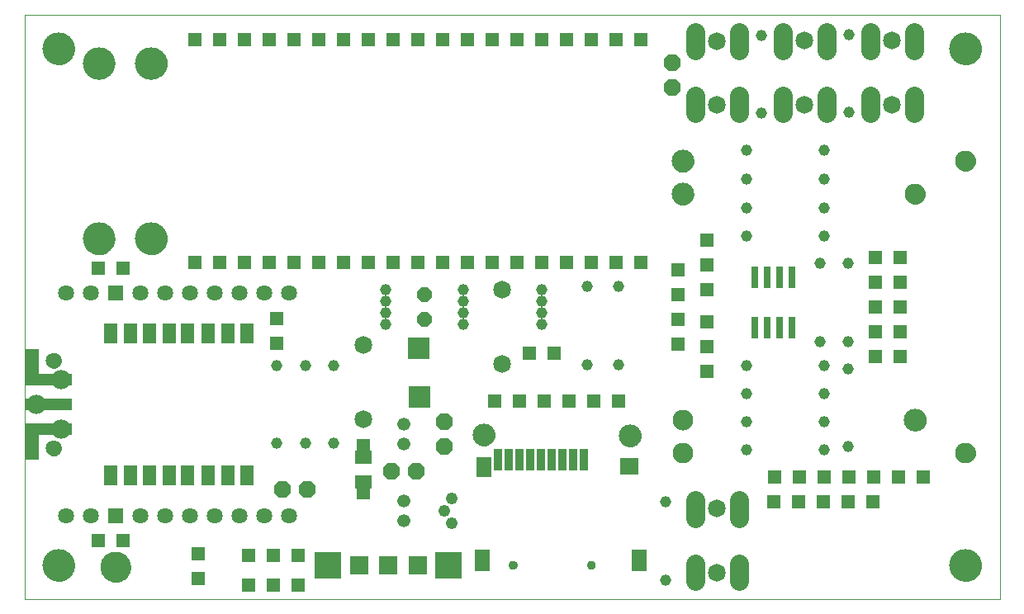
<source format=gts>
G75*
%MOIN*%
%OFA0B0*%
%FSLAX24Y24*%
%IPPOS*%
%LPD*%
%AMOC8*
5,1,8,0,0,1.08239X$1,22.5*
%
%ADD10C,0.0000*%
%ADD11C,0.0916*%
%ADD12C,0.1310*%
%ADD13C,0.0837*%
%ADD14C,0.0641*%
%ADD15C,0.1231*%
%ADD16R,0.0522X0.0522*%
%ADD17R,0.0326X0.0916*%
%ADD18R,0.0601X0.0837*%
%ADD19R,0.0601X0.0916*%
%ADD20R,0.0759X0.0680*%
%ADD21C,0.0365*%
%ADD22C,0.0719*%
%ADD23OC8,0.0680*%
%ADD24C,0.0463*%
%ADD25OC8,0.0581*%
%ADD26R,0.0581X0.0581*%
%ADD27R,0.0286X0.0916*%
%ADD28R,0.0694X0.0550*%
%ADD29R,0.0759X0.0759*%
%ADD30R,0.1050X0.1050*%
%ADD31R,0.0641X0.0641*%
%ADD32C,0.0759*%
%ADD33C,0.0483*%
%ADD34C,0.0522*%
%ADD35R,0.0910X0.0910*%
%ADD36C,0.0778*%
%ADD37R,0.1850X0.0500*%
%ADD38R,0.1850X0.0450*%
%ADD39R,0.0550X0.0550*%
%ADD40R,0.0522X0.0837*%
D10*
X004227Y002440D02*
X043597Y002440D01*
X043597Y026062D01*
X004227Y026062D01*
X004227Y002440D01*
X004975Y003818D02*
X004977Y003868D01*
X004983Y003918D01*
X004993Y003967D01*
X005007Y004015D01*
X005024Y004062D01*
X005045Y004107D01*
X005070Y004151D01*
X005098Y004192D01*
X005130Y004231D01*
X005164Y004268D01*
X005201Y004302D01*
X005241Y004332D01*
X005283Y004359D01*
X005327Y004383D01*
X005373Y004404D01*
X005420Y004420D01*
X005468Y004433D01*
X005518Y004442D01*
X005567Y004447D01*
X005618Y004448D01*
X005668Y004445D01*
X005717Y004438D01*
X005766Y004427D01*
X005814Y004412D01*
X005860Y004394D01*
X005905Y004372D01*
X005948Y004346D01*
X005989Y004317D01*
X006028Y004285D01*
X006064Y004250D01*
X006096Y004212D01*
X006126Y004172D01*
X006153Y004129D01*
X006176Y004085D01*
X006195Y004039D01*
X006211Y003991D01*
X006223Y003942D01*
X006231Y003893D01*
X006235Y003843D01*
X006235Y003793D01*
X006231Y003743D01*
X006223Y003694D01*
X006211Y003645D01*
X006195Y003597D01*
X006176Y003551D01*
X006153Y003507D01*
X006126Y003464D01*
X006096Y003424D01*
X006064Y003386D01*
X006028Y003351D01*
X005989Y003319D01*
X005948Y003290D01*
X005905Y003264D01*
X005860Y003242D01*
X005814Y003224D01*
X005766Y003209D01*
X005717Y003198D01*
X005668Y003191D01*
X005618Y003188D01*
X005567Y003189D01*
X005518Y003194D01*
X005468Y003203D01*
X005420Y003216D01*
X005373Y003232D01*
X005327Y003253D01*
X005283Y003277D01*
X005241Y003304D01*
X005201Y003334D01*
X005164Y003368D01*
X005130Y003405D01*
X005098Y003444D01*
X005070Y003485D01*
X005045Y003529D01*
X005024Y003574D01*
X005007Y003621D01*
X004993Y003669D01*
X004983Y003718D01*
X004977Y003768D01*
X004975Y003818D01*
X007317Y003739D02*
X007319Y003787D01*
X007325Y003835D01*
X007335Y003882D01*
X007348Y003928D01*
X007366Y003973D01*
X007386Y004017D01*
X007411Y004059D01*
X007439Y004098D01*
X007469Y004135D01*
X007503Y004169D01*
X007540Y004201D01*
X007578Y004230D01*
X007619Y004255D01*
X007662Y004277D01*
X007707Y004295D01*
X007753Y004309D01*
X007800Y004320D01*
X007848Y004327D01*
X007896Y004330D01*
X007944Y004329D01*
X007992Y004324D01*
X008040Y004315D01*
X008086Y004303D01*
X008131Y004286D01*
X008175Y004266D01*
X008217Y004243D01*
X008257Y004216D01*
X008295Y004186D01*
X008330Y004153D01*
X008362Y004117D01*
X008392Y004079D01*
X008418Y004038D01*
X008440Y003995D01*
X008460Y003951D01*
X008475Y003906D01*
X008487Y003859D01*
X008495Y003811D01*
X008499Y003763D01*
X008499Y003715D01*
X008495Y003667D01*
X008487Y003619D01*
X008475Y003572D01*
X008460Y003527D01*
X008440Y003483D01*
X008418Y003440D01*
X008392Y003399D01*
X008362Y003361D01*
X008330Y003325D01*
X008295Y003292D01*
X008257Y003262D01*
X008217Y003235D01*
X008175Y003212D01*
X008131Y003192D01*
X008086Y003175D01*
X008040Y003163D01*
X007992Y003154D01*
X007944Y003149D01*
X007896Y003148D01*
X007848Y003151D01*
X007800Y003158D01*
X007753Y003169D01*
X007707Y003183D01*
X007662Y003201D01*
X007619Y003223D01*
X007578Y003248D01*
X007540Y003277D01*
X007503Y003309D01*
X007469Y003343D01*
X007439Y003380D01*
X007411Y003419D01*
X007386Y003461D01*
X007366Y003505D01*
X007348Y003550D01*
X007335Y003596D01*
X007325Y003643D01*
X007319Y003691D01*
X007317Y003739D01*
X005113Y008542D02*
X005115Y008576D01*
X005121Y008610D01*
X005131Y008643D01*
X005144Y008674D01*
X005162Y008704D01*
X005182Y008732D01*
X005206Y008757D01*
X005232Y008779D01*
X005260Y008797D01*
X005291Y008813D01*
X005323Y008825D01*
X005357Y008833D01*
X005391Y008837D01*
X005425Y008837D01*
X005459Y008833D01*
X005493Y008825D01*
X005525Y008813D01*
X005555Y008797D01*
X005584Y008779D01*
X005610Y008757D01*
X005634Y008732D01*
X005654Y008704D01*
X005672Y008674D01*
X005685Y008643D01*
X005695Y008610D01*
X005701Y008576D01*
X005703Y008542D01*
X005701Y008508D01*
X005695Y008474D01*
X005685Y008441D01*
X005672Y008410D01*
X005654Y008380D01*
X005634Y008352D01*
X005610Y008327D01*
X005584Y008305D01*
X005556Y008287D01*
X005525Y008271D01*
X005493Y008259D01*
X005459Y008251D01*
X005425Y008247D01*
X005391Y008247D01*
X005357Y008251D01*
X005323Y008259D01*
X005291Y008271D01*
X005260Y008287D01*
X005232Y008305D01*
X005206Y008327D01*
X005182Y008352D01*
X005162Y008380D01*
X005144Y008410D01*
X005131Y008441D01*
X005121Y008474D01*
X005115Y008508D01*
X005113Y008542D01*
X005113Y012086D02*
X005115Y012120D01*
X005121Y012154D01*
X005131Y012187D01*
X005144Y012218D01*
X005162Y012248D01*
X005182Y012276D01*
X005206Y012301D01*
X005232Y012323D01*
X005260Y012341D01*
X005291Y012357D01*
X005323Y012369D01*
X005357Y012377D01*
X005391Y012381D01*
X005425Y012381D01*
X005459Y012377D01*
X005493Y012369D01*
X005525Y012357D01*
X005555Y012341D01*
X005584Y012323D01*
X005610Y012301D01*
X005634Y012276D01*
X005654Y012248D01*
X005672Y012218D01*
X005685Y012187D01*
X005695Y012154D01*
X005701Y012120D01*
X005703Y012086D01*
X005701Y012052D01*
X005695Y012018D01*
X005685Y011985D01*
X005672Y011954D01*
X005654Y011924D01*
X005634Y011896D01*
X005610Y011871D01*
X005584Y011849D01*
X005556Y011831D01*
X005525Y011815D01*
X005493Y011803D01*
X005459Y011795D01*
X005425Y011791D01*
X005391Y011791D01*
X005357Y011795D01*
X005323Y011803D01*
X005291Y011815D01*
X005260Y011831D01*
X005232Y011849D01*
X005206Y011871D01*
X005182Y011896D01*
X005162Y011924D01*
X005144Y011954D01*
X005131Y011985D01*
X005121Y012018D01*
X005115Y012052D01*
X005113Y012086D01*
X006601Y017007D02*
X006603Y017057D01*
X006609Y017107D01*
X006619Y017156D01*
X006633Y017204D01*
X006650Y017251D01*
X006671Y017296D01*
X006696Y017340D01*
X006724Y017381D01*
X006756Y017420D01*
X006790Y017457D01*
X006827Y017491D01*
X006867Y017521D01*
X006909Y017548D01*
X006953Y017572D01*
X006999Y017593D01*
X007046Y017609D01*
X007094Y017622D01*
X007144Y017631D01*
X007193Y017636D01*
X007244Y017637D01*
X007294Y017634D01*
X007343Y017627D01*
X007392Y017616D01*
X007440Y017601D01*
X007486Y017583D01*
X007531Y017561D01*
X007574Y017535D01*
X007615Y017506D01*
X007654Y017474D01*
X007690Y017439D01*
X007722Y017401D01*
X007752Y017361D01*
X007779Y017318D01*
X007802Y017274D01*
X007821Y017228D01*
X007837Y017180D01*
X007849Y017131D01*
X007857Y017082D01*
X007861Y017032D01*
X007861Y016982D01*
X007857Y016932D01*
X007849Y016883D01*
X007837Y016834D01*
X007821Y016786D01*
X007802Y016740D01*
X007779Y016696D01*
X007752Y016653D01*
X007722Y016613D01*
X007690Y016575D01*
X007654Y016540D01*
X007615Y016508D01*
X007574Y016479D01*
X007531Y016453D01*
X007486Y016431D01*
X007440Y016413D01*
X007392Y016398D01*
X007343Y016387D01*
X007294Y016380D01*
X007244Y016377D01*
X007193Y016378D01*
X007144Y016383D01*
X007094Y016392D01*
X007046Y016405D01*
X006999Y016421D01*
X006953Y016442D01*
X006909Y016466D01*
X006867Y016493D01*
X006827Y016523D01*
X006790Y016557D01*
X006756Y016594D01*
X006724Y016633D01*
X006696Y016674D01*
X006671Y016718D01*
X006650Y016763D01*
X006633Y016810D01*
X006619Y016858D01*
X006609Y016907D01*
X006603Y016957D01*
X006601Y017007D01*
X008715Y017007D02*
X008717Y017057D01*
X008723Y017107D01*
X008733Y017156D01*
X008747Y017204D01*
X008764Y017251D01*
X008785Y017296D01*
X008810Y017340D01*
X008838Y017381D01*
X008870Y017420D01*
X008904Y017457D01*
X008941Y017491D01*
X008981Y017521D01*
X009023Y017548D01*
X009067Y017572D01*
X009113Y017593D01*
X009160Y017609D01*
X009208Y017622D01*
X009258Y017631D01*
X009307Y017636D01*
X009358Y017637D01*
X009408Y017634D01*
X009457Y017627D01*
X009506Y017616D01*
X009554Y017601D01*
X009600Y017583D01*
X009645Y017561D01*
X009688Y017535D01*
X009729Y017506D01*
X009768Y017474D01*
X009804Y017439D01*
X009836Y017401D01*
X009866Y017361D01*
X009893Y017318D01*
X009916Y017274D01*
X009935Y017228D01*
X009951Y017180D01*
X009963Y017131D01*
X009971Y017082D01*
X009975Y017032D01*
X009975Y016982D01*
X009971Y016932D01*
X009963Y016883D01*
X009951Y016834D01*
X009935Y016786D01*
X009916Y016740D01*
X009893Y016696D01*
X009866Y016653D01*
X009836Y016613D01*
X009804Y016575D01*
X009768Y016540D01*
X009729Y016508D01*
X009688Y016479D01*
X009645Y016453D01*
X009600Y016431D01*
X009554Y016413D01*
X009506Y016398D01*
X009457Y016387D01*
X009408Y016380D01*
X009358Y016377D01*
X009307Y016378D01*
X009258Y016383D01*
X009208Y016392D01*
X009160Y016405D01*
X009113Y016421D01*
X009067Y016442D01*
X009023Y016466D01*
X008981Y016493D01*
X008941Y016523D01*
X008904Y016557D01*
X008870Y016594D01*
X008838Y016633D01*
X008810Y016674D01*
X008785Y016718D01*
X008764Y016763D01*
X008747Y016810D01*
X008733Y016858D01*
X008723Y016907D01*
X008717Y016957D01*
X008715Y017007D01*
X008715Y024094D02*
X008717Y024144D01*
X008723Y024194D01*
X008733Y024243D01*
X008747Y024291D01*
X008764Y024338D01*
X008785Y024383D01*
X008810Y024427D01*
X008838Y024468D01*
X008870Y024507D01*
X008904Y024544D01*
X008941Y024578D01*
X008981Y024608D01*
X009023Y024635D01*
X009067Y024659D01*
X009113Y024680D01*
X009160Y024696D01*
X009208Y024709D01*
X009258Y024718D01*
X009307Y024723D01*
X009358Y024724D01*
X009408Y024721D01*
X009457Y024714D01*
X009506Y024703D01*
X009554Y024688D01*
X009600Y024670D01*
X009645Y024648D01*
X009688Y024622D01*
X009729Y024593D01*
X009768Y024561D01*
X009804Y024526D01*
X009836Y024488D01*
X009866Y024448D01*
X009893Y024405D01*
X009916Y024361D01*
X009935Y024315D01*
X009951Y024267D01*
X009963Y024218D01*
X009971Y024169D01*
X009975Y024119D01*
X009975Y024069D01*
X009971Y024019D01*
X009963Y023970D01*
X009951Y023921D01*
X009935Y023873D01*
X009916Y023827D01*
X009893Y023783D01*
X009866Y023740D01*
X009836Y023700D01*
X009804Y023662D01*
X009768Y023627D01*
X009729Y023595D01*
X009688Y023566D01*
X009645Y023540D01*
X009600Y023518D01*
X009554Y023500D01*
X009506Y023485D01*
X009457Y023474D01*
X009408Y023467D01*
X009358Y023464D01*
X009307Y023465D01*
X009258Y023470D01*
X009208Y023479D01*
X009160Y023492D01*
X009113Y023508D01*
X009067Y023529D01*
X009023Y023553D01*
X008981Y023580D01*
X008941Y023610D01*
X008904Y023644D01*
X008870Y023681D01*
X008838Y023720D01*
X008810Y023761D01*
X008785Y023805D01*
X008764Y023850D01*
X008747Y023897D01*
X008733Y023945D01*
X008723Y023994D01*
X008717Y024044D01*
X008715Y024094D01*
X006601Y024094D02*
X006603Y024144D01*
X006609Y024194D01*
X006619Y024243D01*
X006633Y024291D01*
X006650Y024338D01*
X006671Y024383D01*
X006696Y024427D01*
X006724Y024468D01*
X006756Y024507D01*
X006790Y024544D01*
X006827Y024578D01*
X006867Y024608D01*
X006909Y024635D01*
X006953Y024659D01*
X006999Y024680D01*
X007046Y024696D01*
X007094Y024709D01*
X007144Y024718D01*
X007193Y024723D01*
X007244Y024724D01*
X007294Y024721D01*
X007343Y024714D01*
X007392Y024703D01*
X007440Y024688D01*
X007486Y024670D01*
X007531Y024648D01*
X007574Y024622D01*
X007615Y024593D01*
X007654Y024561D01*
X007690Y024526D01*
X007722Y024488D01*
X007752Y024448D01*
X007779Y024405D01*
X007802Y024361D01*
X007821Y024315D01*
X007837Y024267D01*
X007849Y024218D01*
X007857Y024169D01*
X007861Y024119D01*
X007861Y024069D01*
X007857Y024019D01*
X007849Y023970D01*
X007837Y023921D01*
X007821Y023873D01*
X007802Y023827D01*
X007779Y023783D01*
X007752Y023740D01*
X007722Y023700D01*
X007690Y023662D01*
X007654Y023627D01*
X007615Y023595D01*
X007574Y023566D01*
X007531Y023540D01*
X007486Y023518D01*
X007440Y023500D01*
X007392Y023485D01*
X007343Y023474D01*
X007294Y023467D01*
X007244Y023464D01*
X007193Y023465D01*
X007144Y023470D01*
X007094Y023479D01*
X007046Y023492D01*
X006999Y023508D01*
X006953Y023529D01*
X006909Y023553D01*
X006867Y023580D01*
X006827Y023610D01*
X006790Y023644D01*
X006756Y023681D01*
X006724Y023720D01*
X006696Y023761D01*
X006671Y023805D01*
X006650Y023850D01*
X006633Y023897D01*
X006619Y023945D01*
X006609Y023994D01*
X006603Y024044D01*
X006601Y024094D01*
X004975Y024684D02*
X004977Y024734D01*
X004983Y024784D01*
X004993Y024833D01*
X005007Y024881D01*
X005024Y024928D01*
X005045Y024973D01*
X005070Y025017D01*
X005098Y025058D01*
X005130Y025097D01*
X005164Y025134D01*
X005201Y025168D01*
X005241Y025198D01*
X005283Y025225D01*
X005327Y025249D01*
X005373Y025270D01*
X005420Y025286D01*
X005468Y025299D01*
X005518Y025308D01*
X005567Y025313D01*
X005618Y025314D01*
X005668Y025311D01*
X005717Y025304D01*
X005766Y025293D01*
X005814Y025278D01*
X005860Y025260D01*
X005905Y025238D01*
X005948Y025212D01*
X005989Y025183D01*
X006028Y025151D01*
X006064Y025116D01*
X006096Y025078D01*
X006126Y025038D01*
X006153Y024995D01*
X006176Y024951D01*
X006195Y024905D01*
X006211Y024857D01*
X006223Y024808D01*
X006231Y024759D01*
X006235Y024709D01*
X006235Y024659D01*
X006231Y024609D01*
X006223Y024560D01*
X006211Y024511D01*
X006195Y024463D01*
X006176Y024417D01*
X006153Y024373D01*
X006126Y024330D01*
X006096Y024290D01*
X006064Y024252D01*
X006028Y024217D01*
X005989Y024185D01*
X005948Y024156D01*
X005905Y024130D01*
X005860Y024108D01*
X005814Y024090D01*
X005766Y024075D01*
X005717Y024064D01*
X005668Y024057D01*
X005618Y024054D01*
X005567Y024055D01*
X005518Y024060D01*
X005468Y024069D01*
X005420Y024082D01*
X005373Y024098D01*
X005327Y024119D01*
X005283Y024143D01*
X005241Y024170D01*
X005201Y024200D01*
X005164Y024234D01*
X005130Y024271D01*
X005098Y024310D01*
X005070Y024351D01*
X005045Y024395D01*
X005024Y024440D01*
X005007Y024487D01*
X004993Y024535D01*
X004983Y024584D01*
X004977Y024634D01*
X004975Y024684D01*
X030368Y020141D02*
X030370Y020182D01*
X030376Y020223D01*
X030386Y020263D01*
X030399Y020302D01*
X030416Y020339D01*
X030437Y020375D01*
X030461Y020409D01*
X030488Y020440D01*
X030517Y020468D01*
X030550Y020494D01*
X030584Y020516D01*
X030621Y020535D01*
X030659Y020550D01*
X030699Y020562D01*
X030739Y020570D01*
X030780Y020574D01*
X030822Y020574D01*
X030863Y020570D01*
X030903Y020562D01*
X030943Y020550D01*
X030981Y020535D01*
X031017Y020516D01*
X031052Y020494D01*
X031085Y020468D01*
X031114Y020440D01*
X031141Y020409D01*
X031165Y020375D01*
X031186Y020339D01*
X031203Y020302D01*
X031216Y020263D01*
X031226Y020223D01*
X031232Y020182D01*
X031234Y020141D01*
X031232Y020100D01*
X031226Y020059D01*
X031216Y020019D01*
X031203Y019980D01*
X031186Y019943D01*
X031165Y019907D01*
X031141Y019873D01*
X031114Y019842D01*
X031085Y019814D01*
X031052Y019788D01*
X031018Y019766D01*
X030981Y019747D01*
X030943Y019732D01*
X030903Y019720D01*
X030863Y019712D01*
X030822Y019708D01*
X030780Y019708D01*
X030739Y019712D01*
X030699Y019720D01*
X030659Y019732D01*
X030621Y019747D01*
X030585Y019766D01*
X030550Y019788D01*
X030517Y019814D01*
X030488Y019842D01*
X030461Y019873D01*
X030437Y019907D01*
X030416Y019943D01*
X030399Y019980D01*
X030386Y020019D01*
X030376Y020059D01*
X030370Y020100D01*
X030368Y020141D01*
X030364Y018810D02*
X030366Y018851D01*
X030372Y018892D01*
X030382Y018932D01*
X030395Y018971D01*
X030412Y019008D01*
X030433Y019044D01*
X030457Y019078D01*
X030484Y019109D01*
X030513Y019137D01*
X030546Y019163D01*
X030580Y019185D01*
X030617Y019204D01*
X030655Y019219D01*
X030695Y019231D01*
X030735Y019239D01*
X030776Y019243D01*
X030818Y019243D01*
X030859Y019239D01*
X030899Y019231D01*
X030939Y019219D01*
X030977Y019204D01*
X031013Y019185D01*
X031048Y019163D01*
X031081Y019137D01*
X031110Y019109D01*
X031137Y019078D01*
X031161Y019044D01*
X031182Y019008D01*
X031199Y018971D01*
X031212Y018932D01*
X031222Y018892D01*
X031228Y018851D01*
X031230Y018810D01*
X031228Y018769D01*
X031222Y018728D01*
X031212Y018688D01*
X031199Y018649D01*
X031182Y018612D01*
X031161Y018576D01*
X031137Y018542D01*
X031110Y018511D01*
X031081Y018483D01*
X031048Y018457D01*
X031014Y018435D01*
X030977Y018416D01*
X030939Y018401D01*
X030899Y018389D01*
X030859Y018381D01*
X030818Y018377D01*
X030776Y018377D01*
X030735Y018381D01*
X030695Y018389D01*
X030655Y018401D01*
X030617Y018416D01*
X030581Y018435D01*
X030546Y018457D01*
X030513Y018483D01*
X030484Y018511D01*
X030457Y018542D01*
X030433Y018576D01*
X030412Y018612D01*
X030395Y018649D01*
X030382Y018688D01*
X030372Y018728D01*
X030366Y018769D01*
X030364Y018810D01*
X039793Y018810D02*
X039795Y018849D01*
X039801Y018888D01*
X039811Y018926D01*
X039824Y018963D01*
X039841Y018998D01*
X039861Y019032D01*
X039885Y019063D01*
X039912Y019092D01*
X039941Y019118D01*
X039973Y019141D01*
X040007Y019161D01*
X040043Y019177D01*
X040080Y019189D01*
X040119Y019198D01*
X040158Y019203D01*
X040197Y019204D01*
X040236Y019201D01*
X040275Y019194D01*
X040312Y019183D01*
X040349Y019169D01*
X040384Y019151D01*
X040417Y019130D01*
X040448Y019105D01*
X040476Y019078D01*
X040501Y019048D01*
X040523Y019015D01*
X040542Y018981D01*
X040557Y018945D01*
X040569Y018907D01*
X040577Y018869D01*
X040581Y018830D01*
X040581Y018790D01*
X040577Y018751D01*
X040569Y018713D01*
X040557Y018675D01*
X040542Y018639D01*
X040523Y018605D01*
X040501Y018572D01*
X040476Y018542D01*
X040448Y018515D01*
X040417Y018490D01*
X040384Y018469D01*
X040349Y018451D01*
X040312Y018437D01*
X040275Y018426D01*
X040236Y018419D01*
X040197Y018416D01*
X040158Y018417D01*
X040119Y018422D01*
X040080Y018431D01*
X040043Y018443D01*
X040007Y018459D01*
X039973Y018479D01*
X039941Y018502D01*
X039912Y018528D01*
X039885Y018557D01*
X039861Y018588D01*
X039841Y018622D01*
X039824Y018657D01*
X039811Y018694D01*
X039801Y018732D01*
X039795Y018771D01*
X039793Y018810D01*
X041817Y020141D02*
X041819Y020180D01*
X041825Y020219D01*
X041835Y020257D01*
X041848Y020294D01*
X041865Y020329D01*
X041885Y020363D01*
X041909Y020394D01*
X041936Y020423D01*
X041965Y020449D01*
X041997Y020472D01*
X042031Y020492D01*
X042067Y020508D01*
X042104Y020520D01*
X042143Y020529D01*
X042182Y020534D01*
X042221Y020535D01*
X042260Y020532D01*
X042299Y020525D01*
X042336Y020514D01*
X042373Y020500D01*
X042408Y020482D01*
X042441Y020461D01*
X042472Y020436D01*
X042500Y020409D01*
X042525Y020379D01*
X042547Y020346D01*
X042566Y020312D01*
X042581Y020276D01*
X042593Y020238D01*
X042601Y020200D01*
X042605Y020161D01*
X042605Y020121D01*
X042601Y020082D01*
X042593Y020044D01*
X042581Y020006D01*
X042566Y019970D01*
X042547Y019936D01*
X042525Y019903D01*
X042500Y019873D01*
X042472Y019846D01*
X042441Y019821D01*
X042408Y019800D01*
X042373Y019782D01*
X042336Y019768D01*
X042299Y019757D01*
X042260Y019750D01*
X042221Y019747D01*
X042182Y019748D01*
X042143Y019753D01*
X042104Y019762D01*
X042067Y019774D01*
X042031Y019790D01*
X041997Y019810D01*
X041965Y019833D01*
X041936Y019859D01*
X041909Y019888D01*
X041885Y019919D01*
X041865Y019953D01*
X041848Y019988D01*
X041835Y020025D01*
X041825Y020063D01*
X041819Y020102D01*
X041817Y020141D01*
X041589Y024684D02*
X041591Y024734D01*
X041597Y024784D01*
X041607Y024833D01*
X041621Y024881D01*
X041638Y024928D01*
X041659Y024973D01*
X041684Y025017D01*
X041712Y025058D01*
X041744Y025097D01*
X041778Y025134D01*
X041815Y025168D01*
X041855Y025198D01*
X041897Y025225D01*
X041941Y025249D01*
X041987Y025270D01*
X042034Y025286D01*
X042082Y025299D01*
X042132Y025308D01*
X042181Y025313D01*
X042232Y025314D01*
X042282Y025311D01*
X042331Y025304D01*
X042380Y025293D01*
X042428Y025278D01*
X042474Y025260D01*
X042519Y025238D01*
X042562Y025212D01*
X042603Y025183D01*
X042642Y025151D01*
X042678Y025116D01*
X042710Y025078D01*
X042740Y025038D01*
X042767Y024995D01*
X042790Y024951D01*
X042809Y024905D01*
X042825Y024857D01*
X042837Y024808D01*
X042845Y024759D01*
X042849Y024709D01*
X042849Y024659D01*
X042845Y024609D01*
X042837Y024560D01*
X042825Y024511D01*
X042809Y024463D01*
X042790Y024417D01*
X042767Y024373D01*
X042740Y024330D01*
X042710Y024290D01*
X042678Y024252D01*
X042642Y024217D01*
X042603Y024185D01*
X042562Y024156D01*
X042519Y024130D01*
X042474Y024108D01*
X042428Y024090D01*
X042380Y024075D01*
X042331Y024064D01*
X042282Y024057D01*
X042232Y024054D01*
X042181Y024055D01*
X042132Y024060D01*
X042082Y024069D01*
X042034Y024082D01*
X041987Y024098D01*
X041941Y024119D01*
X041897Y024143D01*
X041855Y024170D01*
X041815Y024200D01*
X041778Y024234D01*
X041744Y024271D01*
X041712Y024310D01*
X041684Y024351D01*
X041659Y024395D01*
X041638Y024440D01*
X041621Y024487D01*
X041607Y024535D01*
X041597Y024584D01*
X041591Y024634D01*
X041589Y024684D01*
X039754Y009692D02*
X039756Y009733D01*
X039762Y009774D01*
X039772Y009814D01*
X039785Y009853D01*
X039802Y009890D01*
X039823Y009926D01*
X039847Y009960D01*
X039874Y009991D01*
X039903Y010019D01*
X039936Y010045D01*
X039970Y010067D01*
X040007Y010086D01*
X040045Y010101D01*
X040085Y010113D01*
X040125Y010121D01*
X040166Y010125D01*
X040208Y010125D01*
X040249Y010121D01*
X040289Y010113D01*
X040329Y010101D01*
X040367Y010086D01*
X040403Y010067D01*
X040438Y010045D01*
X040471Y010019D01*
X040500Y009991D01*
X040527Y009960D01*
X040551Y009926D01*
X040572Y009890D01*
X040589Y009853D01*
X040602Y009814D01*
X040612Y009774D01*
X040618Y009733D01*
X040620Y009692D01*
X040618Y009651D01*
X040612Y009610D01*
X040602Y009570D01*
X040589Y009531D01*
X040572Y009494D01*
X040551Y009458D01*
X040527Y009424D01*
X040500Y009393D01*
X040471Y009365D01*
X040438Y009339D01*
X040404Y009317D01*
X040367Y009298D01*
X040329Y009283D01*
X040289Y009271D01*
X040249Y009263D01*
X040208Y009259D01*
X040166Y009259D01*
X040125Y009263D01*
X040085Y009271D01*
X040045Y009283D01*
X040007Y009298D01*
X039971Y009317D01*
X039936Y009339D01*
X039903Y009365D01*
X039874Y009393D01*
X039847Y009424D01*
X039823Y009458D01*
X039802Y009494D01*
X039785Y009531D01*
X039772Y009570D01*
X039762Y009610D01*
X039756Y009651D01*
X039754Y009692D01*
X041817Y008361D02*
X041819Y008400D01*
X041825Y008439D01*
X041835Y008477D01*
X041848Y008514D01*
X041865Y008549D01*
X041885Y008583D01*
X041909Y008614D01*
X041936Y008643D01*
X041965Y008669D01*
X041997Y008692D01*
X042031Y008712D01*
X042067Y008728D01*
X042104Y008740D01*
X042143Y008749D01*
X042182Y008754D01*
X042221Y008755D01*
X042260Y008752D01*
X042299Y008745D01*
X042336Y008734D01*
X042373Y008720D01*
X042408Y008702D01*
X042441Y008681D01*
X042472Y008656D01*
X042500Y008629D01*
X042525Y008599D01*
X042547Y008566D01*
X042566Y008532D01*
X042581Y008496D01*
X042593Y008458D01*
X042601Y008420D01*
X042605Y008381D01*
X042605Y008341D01*
X042601Y008302D01*
X042593Y008264D01*
X042581Y008226D01*
X042566Y008190D01*
X042547Y008156D01*
X042525Y008123D01*
X042500Y008093D01*
X042472Y008066D01*
X042441Y008041D01*
X042408Y008020D01*
X042373Y008002D01*
X042336Y007988D01*
X042299Y007977D01*
X042260Y007970D01*
X042221Y007967D01*
X042182Y007968D01*
X042143Y007973D01*
X042104Y007982D01*
X042067Y007994D01*
X042031Y008010D01*
X041997Y008030D01*
X041965Y008053D01*
X041936Y008079D01*
X041909Y008108D01*
X041885Y008139D01*
X041865Y008173D01*
X041848Y008208D01*
X041835Y008245D01*
X041825Y008283D01*
X041819Y008322D01*
X041817Y008361D01*
X041589Y003818D02*
X041591Y003868D01*
X041597Y003918D01*
X041607Y003967D01*
X041621Y004015D01*
X041638Y004062D01*
X041659Y004107D01*
X041684Y004151D01*
X041712Y004192D01*
X041744Y004231D01*
X041778Y004268D01*
X041815Y004302D01*
X041855Y004332D01*
X041897Y004359D01*
X041941Y004383D01*
X041987Y004404D01*
X042034Y004420D01*
X042082Y004433D01*
X042132Y004442D01*
X042181Y004447D01*
X042232Y004448D01*
X042282Y004445D01*
X042331Y004438D01*
X042380Y004427D01*
X042428Y004412D01*
X042474Y004394D01*
X042519Y004372D01*
X042562Y004346D01*
X042603Y004317D01*
X042642Y004285D01*
X042678Y004250D01*
X042710Y004212D01*
X042740Y004172D01*
X042767Y004129D01*
X042790Y004085D01*
X042809Y004039D01*
X042825Y003991D01*
X042837Y003942D01*
X042845Y003893D01*
X042849Y003843D01*
X042849Y003793D01*
X042845Y003743D01*
X042837Y003694D01*
X042825Y003645D01*
X042809Y003597D01*
X042790Y003551D01*
X042767Y003507D01*
X042740Y003464D01*
X042710Y003424D01*
X042678Y003386D01*
X042642Y003351D01*
X042603Y003319D01*
X042562Y003290D01*
X042519Y003264D01*
X042474Y003242D01*
X042428Y003224D01*
X042380Y003209D01*
X042331Y003198D01*
X042282Y003191D01*
X042232Y003188D01*
X042181Y003189D01*
X042132Y003194D01*
X042082Y003203D01*
X042034Y003216D01*
X041987Y003232D01*
X041941Y003253D01*
X041897Y003277D01*
X041855Y003304D01*
X041815Y003334D01*
X041778Y003368D01*
X041744Y003405D01*
X041712Y003444D01*
X041684Y003485D01*
X041659Y003529D01*
X041638Y003574D01*
X041621Y003621D01*
X041607Y003669D01*
X041597Y003718D01*
X041591Y003768D01*
X041589Y003818D01*
X030400Y008361D02*
X030402Y008400D01*
X030408Y008439D01*
X030418Y008477D01*
X030431Y008514D01*
X030448Y008549D01*
X030468Y008583D01*
X030492Y008614D01*
X030519Y008643D01*
X030548Y008669D01*
X030580Y008692D01*
X030614Y008712D01*
X030650Y008728D01*
X030687Y008740D01*
X030726Y008749D01*
X030765Y008754D01*
X030804Y008755D01*
X030843Y008752D01*
X030882Y008745D01*
X030919Y008734D01*
X030956Y008720D01*
X030991Y008702D01*
X031024Y008681D01*
X031055Y008656D01*
X031083Y008629D01*
X031108Y008599D01*
X031130Y008566D01*
X031149Y008532D01*
X031164Y008496D01*
X031176Y008458D01*
X031184Y008420D01*
X031188Y008381D01*
X031188Y008341D01*
X031184Y008302D01*
X031176Y008264D01*
X031164Y008226D01*
X031149Y008190D01*
X031130Y008156D01*
X031108Y008123D01*
X031083Y008093D01*
X031055Y008066D01*
X031024Y008041D01*
X030991Y008020D01*
X030956Y008002D01*
X030919Y007988D01*
X030882Y007977D01*
X030843Y007970D01*
X030804Y007967D01*
X030765Y007968D01*
X030726Y007973D01*
X030687Y007982D01*
X030650Y007994D01*
X030614Y008010D01*
X030580Y008030D01*
X030548Y008053D01*
X030519Y008079D01*
X030492Y008108D01*
X030468Y008139D01*
X030448Y008173D01*
X030431Y008208D01*
X030418Y008245D01*
X030408Y008283D01*
X030402Y008322D01*
X030400Y008361D01*
X028242Y009046D02*
X028244Y009087D01*
X028250Y009128D01*
X028260Y009168D01*
X028273Y009207D01*
X028290Y009244D01*
X028311Y009280D01*
X028335Y009314D01*
X028362Y009345D01*
X028391Y009373D01*
X028424Y009399D01*
X028458Y009421D01*
X028495Y009440D01*
X028533Y009455D01*
X028573Y009467D01*
X028613Y009475D01*
X028654Y009479D01*
X028696Y009479D01*
X028737Y009475D01*
X028777Y009467D01*
X028817Y009455D01*
X028855Y009440D01*
X028891Y009421D01*
X028926Y009399D01*
X028959Y009373D01*
X028988Y009345D01*
X029015Y009314D01*
X029039Y009280D01*
X029060Y009244D01*
X029077Y009207D01*
X029090Y009168D01*
X029100Y009128D01*
X029106Y009087D01*
X029108Y009046D01*
X029106Y009005D01*
X029100Y008964D01*
X029090Y008924D01*
X029077Y008885D01*
X029060Y008848D01*
X029039Y008812D01*
X029015Y008778D01*
X028988Y008747D01*
X028959Y008719D01*
X028926Y008693D01*
X028892Y008671D01*
X028855Y008652D01*
X028817Y008637D01*
X028777Y008625D01*
X028737Y008617D01*
X028696Y008613D01*
X028654Y008613D01*
X028613Y008617D01*
X028573Y008625D01*
X028533Y008637D01*
X028495Y008652D01*
X028459Y008671D01*
X028424Y008693D01*
X028391Y008719D01*
X028362Y008747D01*
X028335Y008778D01*
X028311Y008812D01*
X028290Y008848D01*
X028273Y008885D01*
X028260Y008924D01*
X028250Y008964D01*
X028244Y009005D01*
X028242Y009046D01*
X030403Y009692D02*
X030405Y009731D01*
X030411Y009770D01*
X030421Y009808D01*
X030434Y009845D01*
X030451Y009880D01*
X030471Y009914D01*
X030495Y009945D01*
X030522Y009974D01*
X030551Y010000D01*
X030583Y010023D01*
X030617Y010043D01*
X030653Y010059D01*
X030690Y010071D01*
X030729Y010080D01*
X030768Y010085D01*
X030807Y010086D01*
X030846Y010083D01*
X030885Y010076D01*
X030922Y010065D01*
X030959Y010051D01*
X030994Y010033D01*
X031027Y010012D01*
X031058Y009987D01*
X031086Y009960D01*
X031111Y009930D01*
X031133Y009897D01*
X031152Y009863D01*
X031167Y009827D01*
X031179Y009789D01*
X031187Y009751D01*
X031191Y009712D01*
X031191Y009672D01*
X031187Y009633D01*
X031179Y009595D01*
X031167Y009557D01*
X031152Y009521D01*
X031133Y009487D01*
X031111Y009454D01*
X031086Y009424D01*
X031058Y009397D01*
X031027Y009372D01*
X030994Y009351D01*
X030959Y009333D01*
X030922Y009319D01*
X030885Y009308D01*
X030846Y009301D01*
X030807Y009298D01*
X030768Y009299D01*
X030729Y009304D01*
X030690Y009313D01*
X030653Y009325D01*
X030617Y009341D01*
X030583Y009361D01*
X030551Y009384D01*
X030522Y009410D01*
X030495Y009439D01*
X030471Y009470D01*
X030451Y009504D01*
X030434Y009539D01*
X030421Y009576D01*
X030411Y009614D01*
X030405Y009653D01*
X030403Y009692D01*
X022337Y009086D02*
X022339Y009127D01*
X022345Y009168D01*
X022355Y009208D01*
X022368Y009247D01*
X022385Y009284D01*
X022406Y009320D01*
X022430Y009354D01*
X022457Y009385D01*
X022486Y009413D01*
X022519Y009439D01*
X022553Y009461D01*
X022590Y009480D01*
X022628Y009495D01*
X022668Y009507D01*
X022708Y009515D01*
X022749Y009519D01*
X022791Y009519D01*
X022832Y009515D01*
X022872Y009507D01*
X022912Y009495D01*
X022950Y009480D01*
X022986Y009461D01*
X023021Y009439D01*
X023054Y009413D01*
X023083Y009385D01*
X023110Y009354D01*
X023134Y009320D01*
X023155Y009284D01*
X023172Y009247D01*
X023185Y009208D01*
X023195Y009168D01*
X023201Y009127D01*
X023203Y009086D01*
X023201Y009045D01*
X023195Y009004D01*
X023185Y008964D01*
X023172Y008925D01*
X023155Y008888D01*
X023134Y008852D01*
X023110Y008818D01*
X023083Y008787D01*
X023054Y008759D01*
X023021Y008733D01*
X022987Y008711D01*
X022950Y008692D01*
X022912Y008677D01*
X022872Y008665D01*
X022832Y008657D01*
X022791Y008653D01*
X022749Y008653D01*
X022708Y008657D01*
X022668Y008665D01*
X022628Y008677D01*
X022590Y008692D01*
X022554Y008711D01*
X022519Y008733D01*
X022486Y008759D01*
X022457Y008787D01*
X022430Y008818D01*
X022406Y008852D01*
X022385Y008888D01*
X022368Y008925D01*
X022355Y008964D01*
X022345Y009004D01*
X022339Y009045D01*
X022337Y009086D01*
X023794Y003830D02*
X023796Y003855D01*
X023802Y003879D01*
X023811Y003901D01*
X023824Y003922D01*
X023840Y003941D01*
X023859Y003957D01*
X023880Y003970D01*
X023902Y003979D01*
X023926Y003985D01*
X023951Y003987D01*
X023976Y003985D01*
X024000Y003979D01*
X024022Y003970D01*
X024043Y003957D01*
X024062Y003941D01*
X024078Y003922D01*
X024091Y003901D01*
X024100Y003879D01*
X024106Y003855D01*
X024108Y003830D01*
X024106Y003805D01*
X024100Y003781D01*
X024091Y003759D01*
X024078Y003738D01*
X024062Y003719D01*
X024043Y003703D01*
X024022Y003690D01*
X024000Y003681D01*
X023976Y003675D01*
X023951Y003673D01*
X023926Y003675D01*
X023902Y003681D01*
X023880Y003690D01*
X023859Y003703D01*
X023840Y003719D01*
X023824Y003738D01*
X023811Y003759D01*
X023802Y003781D01*
X023796Y003805D01*
X023794Y003830D01*
X026944Y003830D02*
X026946Y003855D01*
X026952Y003879D01*
X026961Y003901D01*
X026974Y003922D01*
X026990Y003941D01*
X027009Y003957D01*
X027030Y003970D01*
X027052Y003979D01*
X027076Y003985D01*
X027101Y003987D01*
X027126Y003985D01*
X027150Y003979D01*
X027172Y003970D01*
X027193Y003957D01*
X027212Y003941D01*
X027228Y003922D01*
X027241Y003901D01*
X027250Y003879D01*
X027256Y003855D01*
X027258Y003830D01*
X027256Y003805D01*
X027250Y003781D01*
X027241Y003759D01*
X027228Y003738D01*
X027212Y003719D01*
X027193Y003703D01*
X027172Y003690D01*
X027150Y003681D01*
X027126Y003675D01*
X027101Y003673D01*
X027076Y003675D01*
X027052Y003681D01*
X027030Y003690D01*
X027009Y003703D01*
X026990Y003719D01*
X026974Y003738D01*
X026961Y003759D01*
X026952Y003781D01*
X026946Y003805D01*
X026944Y003830D01*
D11*
X028675Y009046D03*
X022770Y009086D03*
X030797Y018810D03*
X030801Y020141D03*
X040187Y009692D03*
D12*
X042219Y003818D03*
X009345Y017007D03*
X007231Y017007D03*
X007231Y024094D03*
X005605Y024684D03*
X009345Y024094D03*
X042219Y024684D03*
X005605Y003818D03*
D13*
X030794Y008361D03*
X030797Y009692D03*
X042211Y008361D03*
X040187Y018810D03*
X042211Y020141D03*
D14*
X014920Y014814D03*
X013920Y014814D03*
X012920Y014814D03*
X011920Y014814D03*
X010920Y014814D03*
X009920Y014814D03*
X008920Y014814D03*
X006920Y014814D03*
X005920Y014814D03*
X005408Y012086D03*
X005408Y008542D03*
X005920Y005814D03*
X006920Y005814D03*
X008920Y005814D03*
X009920Y005814D03*
X010920Y005814D03*
X011920Y005814D03*
X012920Y005814D03*
X013920Y005814D03*
X014920Y005814D03*
D15*
X007908Y003739D03*
D16*
X011258Y003282D03*
X011258Y004282D03*
X017912Y006743D03*
X017912Y008633D03*
X023223Y010440D03*
X024223Y010440D03*
X025223Y010440D03*
X026223Y010440D03*
X027223Y010440D03*
X028223Y010440D03*
X030605Y012743D03*
X030605Y013743D03*
X030605Y014743D03*
X030605Y015743D03*
X029120Y016050D03*
X028120Y016050D03*
X027120Y016050D03*
X026120Y016050D03*
X025120Y016050D03*
X024120Y016050D03*
X023120Y016050D03*
X022120Y016050D03*
X021120Y016050D03*
X020120Y016050D03*
X019120Y016050D03*
X018120Y016050D03*
X017120Y016050D03*
X016120Y016050D03*
X015120Y016050D03*
X014120Y016050D03*
X013120Y016050D03*
X012120Y016050D03*
X011120Y016050D03*
X011120Y025050D03*
X012120Y025050D03*
X013120Y025050D03*
X014120Y025050D03*
X015120Y025050D03*
X016120Y025050D03*
X017120Y025050D03*
X018120Y025050D03*
X019120Y025050D03*
X020120Y025050D03*
X021120Y025050D03*
X022120Y025050D03*
X023120Y025050D03*
X024120Y025050D03*
X025120Y025050D03*
X026120Y025050D03*
X027120Y025050D03*
X028120Y025050D03*
X029120Y025050D03*
D17*
X026805Y008082D03*
X026372Y008082D03*
X025939Y008082D03*
X025506Y008082D03*
X025073Y008082D03*
X024640Y008082D03*
X024207Y008082D03*
X023774Y008082D03*
X023341Y008082D03*
D18*
X022770Y007767D03*
D19*
X022711Y004007D03*
X029049Y004007D03*
D20*
X028636Y007806D03*
D21*
X027101Y003830D03*
X023951Y003830D03*
D22*
X032179Y003503D03*
X032179Y006101D03*
X023510Y011952D03*
X023510Y014952D03*
X017912Y012700D03*
X017912Y009700D03*
X032179Y022401D03*
X035707Y022408D03*
X039254Y022405D03*
X039254Y025003D03*
X035707Y025007D03*
X032179Y024999D03*
D23*
X030364Y024101D03*
X030364Y023101D03*
X021183Y009613D03*
X021183Y008613D03*
X020034Y007609D03*
X019034Y007609D03*
X015628Y006893D03*
X014628Y006893D03*
D24*
X014400Y008739D03*
X015561Y008739D03*
X016703Y008739D03*
X016703Y011889D03*
X015561Y011889D03*
X014400Y011889D03*
X018794Y013542D03*
X018794Y014015D03*
X018794Y014487D03*
X018794Y014960D03*
X021943Y014960D03*
X021943Y014487D03*
X021943Y014015D03*
X021943Y013542D03*
X025093Y013542D03*
X025093Y014015D03*
X025093Y014487D03*
X025093Y014960D03*
X026939Y015070D03*
X028219Y015070D03*
X028219Y011920D03*
X026939Y011920D03*
X033360Y011869D03*
X033364Y010743D03*
X033360Y009613D03*
X033360Y008483D03*
X036510Y008483D03*
X037490Y008601D03*
X036510Y009613D03*
X036514Y010743D03*
X037490Y011751D03*
X036510Y011869D03*
X036345Y012865D03*
X037490Y012865D03*
X037490Y016015D03*
X036345Y016015D03*
X036510Y017105D03*
X036510Y018247D03*
X036510Y019420D03*
X036510Y020586D03*
X037510Y022105D03*
X033963Y022070D03*
X033360Y020586D03*
X033360Y019420D03*
X033360Y018247D03*
X033360Y017105D03*
X033963Y025219D03*
X037510Y025255D03*
X030112Y006377D03*
X030112Y003227D03*
D25*
X020368Y013751D03*
X020368Y014751D03*
D26*
X024593Y012389D03*
X025593Y012389D03*
X031786Y012653D03*
X031786Y013653D03*
X031786Y014940D03*
X031786Y015940D03*
X031786Y016940D03*
X038585Y016251D03*
X039581Y016255D03*
X039581Y015255D03*
X038585Y015251D03*
X038585Y014251D03*
X039581Y014255D03*
X039581Y013255D03*
X038585Y013251D03*
X038585Y012251D03*
X039581Y012255D03*
X039494Y007393D03*
X038494Y007393D03*
X037494Y007393D03*
X036494Y007393D03*
X035494Y007393D03*
X034494Y007393D03*
X034490Y006393D03*
X035490Y006393D03*
X036490Y006393D03*
X037490Y006393D03*
X038490Y006393D03*
X040494Y007393D03*
X031786Y011653D03*
X015274Y004223D03*
X014274Y004223D03*
X013274Y004223D03*
X013274Y003007D03*
X014274Y003007D03*
X015274Y003007D03*
X008207Y004818D03*
X007207Y004818D03*
X014404Y012790D03*
X014404Y013790D03*
X008207Y015822D03*
X007207Y015822D03*
D27*
X033721Y015464D03*
X034221Y015464D03*
X034721Y015464D03*
X035221Y015464D03*
X035221Y013416D03*
X034721Y013416D03*
X034221Y013416D03*
X033721Y013416D03*
D28*
X017912Y008188D03*
X017912Y007188D03*
D29*
X017734Y003814D03*
X018916Y003814D03*
X020097Y003814D03*
D30*
X021357Y003814D03*
X016475Y003814D03*
D31*
X007920Y005814D03*
X007920Y014814D03*
D32*
X031294Y022066D02*
X031294Y022775D01*
X033065Y022775D02*
X033065Y022066D01*
X034837Y022066D02*
X034837Y022775D01*
X036609Y022775D02*
X036609Y022066D01*
X038380Y022066D02*
X038380Y022775D01*
X040152Y022775D02*
X040152Y022066D01*
X040152Y024625D02*
X040152Y025334D01*
X038380Y025334D02*
X038380Y024625D01*
X036609Y024625D02*
X036609Y025334D01*
X034837Y025334D02*
X034837Y024625D01*
X033065Y024625D02*
X033065Y025334D01*
X031294Y025334D02*
X031294Y024625D01*
X031294Y006436D02*
X031294Y005727D01*
X033065Y005727D02*
X033065Y006436D01*
X033065Y003877D02*
X033065Y003168D01*
X031294Y003168D02*
X031294Y003877D01*
D33*
X021479Y005519D03*
X021164Y006019D03*
X021479Y006519D03*
D34*
X019534Y006412D03*
X019553Y005625D03*
X019553Y008719D03*
X019534Y009507D03*
D35*
X020175Y010609D03*
X020136Y012578D03*
D36*
X005711Y011318D03*
X004707Y010314D03*
X005711Y009310D03*
D37*
X005207Y009314D03*
X005207Y011314D03*
D38*
X005207Y010314D03*
D39*
X004557Y011786D03*
X004557Y012286D03*
X004557Y008842D03*
X004557Y008345D03*
D40*
X007707Y007460D03*
X008494Y007460D03*
X009282Y007460D03*
X010069Y007460D03*
X010817Y007460D03*
X011644Y007460D03*
X012431Y007460D03*
X013219Y007460D03*
X013219Y013168D03*
X012431Y013168D03*
X011644Y013168D03*
X010817Y013168D03*
X010069Y013168D03*
X009282Y013168D03*
X008494Y013168D03*
X007707Y013168D03*
M02*

</source>
